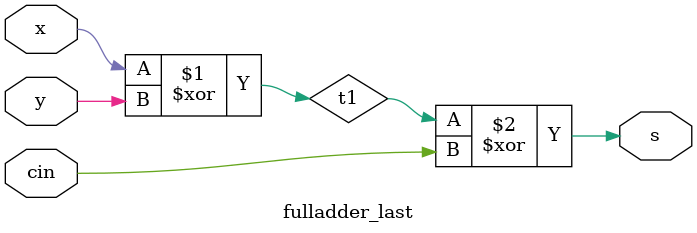
<source format=v>

module mul_24bit(y, a, b);
input [23:0] a;        //8-bit Multiplicand
input [23:0] b;        //8-bit Multiplier
output [47:0] y;      //16-bit result
wire [12:0] sel_m;    // 1*multiplicand selecting signal
wire [12:0] sel_2m;   // 2*multiplicand selecting signal
wire [12:0] sign;     // sign indicator for partial product
wire [27:0] p0, p1, p2, p3, p4, p5; //Partial product rows 0 to 10
wire [27:0] p6, p7, p8, p9, p10;
wire [26:0] p11;         //Last two rows 11 to 12
wire [24:0] p12; 
genvar i;    // variable used in generate statements

// LSB generation of each partial product row
assign p0[0] = sel_m[0] & a[0],
       p1[1] = sel_m[1] & a[0],
       p2[1] = sel_m[2] & a[0],
       p3[1] = sel_m[3] & a[0],
       p4[1] = sel_m[4] & a[0],
       p5[1] = sel_m[5] & a[0],
       p6[1] = sel_m[6] & a[0],
       p7[1] = sel_m[7] & a[0],
       p8[1] = sel_m[8] & a[0],
       p9[1] = sel_m[9] & a[0],
       p10[1] = sel_m[10] & a[0],
       p11[1] = sel_m[11] & a[0],
       p12[1] = sel_m[12] & a[0];

// Carry bit generation to regularise partial product matrix
assign p1[0] = sign[0] & ~p0[0],
       p2[0] = sign[1] & ~p1[1],
       p3[0] = sign[2] & ~p2[1],
       p4[0] = sign[3] & ~p3[1],
       p5[0] = sign[4] & ~p4[1],
       p6[0] = sign[5] & ~p5[1],
       p7[0] = sign[6] & ~p6[1],
       p8[0] = sign[7] & ~p7[1],
       p9[0] = sign[8] & ~p8[1],
       p10[0] = sign[9] & ~p9[1],
       p11[0] = sign[10] & ~p10[1],
       p12[0] = sign[11] & ~p11[1];

// Adopting sign extension mechanism
// Assigning sign bits as per the mechanism
assign p0[25] = sign[0],
       p0[26] = sign[0],
       p0[27] = ~sign[0],
       p1[26] = ~sign[1],
       p1[27] = 1'b1,
       p2[26] = ~sign[2],
       p2[27] = 1'b1,
       p3[26] = ~sign[3],
       p3[27] = 1'b1,
       p4[26] = ~sign[4],
       p4[27] = 1'b1,
       p5[26] = ~sign[5],
       p5[27] = 1'b1,
       p6[26] = ~sign[6],
       p6[27] = 1'b1,
       p7[26] = ~sign[7],
       p7[27] = 1'b1,
       p8[26] = ~sign[8],
       p8[27] = 1'b1,
       p9[26] = ~sign[9],
       p9[27] = 1'b1,
       p10[26] = ~sign[10],
       p10[27] = 1'b1,
       p11[26] = ~sign[11];

// Modified booth encoder
// Booth encoder for 1st group of bits 
booth_encoder BE0 (sel_m[0], sel_2m[0], sign[0], b[1], b[0], 1'b0);  
                                                                     
generate for (i = 1; i < 12; i = i + 1)   // Booth Encoder for intermediate groups
begin: B_Encoder
booth_encoder BE (sel_m[i], sel_2m[i], sign[i], b[2*i+1], b[2*i], b[2*i-1]);
end
endgenerate  
// Booth Encoder for last group of bits
booth_encoder BE12 (sel_m[12], sel_2m[12], sign[12], 1'b0, 1'b0, b[23]); 

//Partial product generation module instantiation
// First row partial product generator
partial PP0 (p0[24:1], sel_m[0], sel_2m[0], sign[0], a);

//Intermediate rows partial product generator : 1 to 11
partial PP1 (p1[25:2], sel_m[1], sel_2m[1], sign[1], a);
partial PP2 (p2[25:2], sel_m[2], sel_2m[2], sign[2], a);
partial PP3 (p3[25:2], sel_m[3], sel_2m[3], sign[3], a);
partial PP4 (p4[25:2], sel_m[4], sel_2m[4], sign[4], a);
partial PP5 (p5[25:2], sel_m[5], sel_2m[5], sign[5], a);
partial PP6 (p6[25:2], sel_m[6], sel_2m[6], sign[6], a);
partial PP7 (p7[25:2], sel_m[7], sel_2m[7], sign[7], a);
partial PP8 (p8[25:2], sel_m[8], sel_2m[8], sign[8], a);
partial PP9 (p9[25:2], sel_m[9], sel_2m[9], sign[9], a);
partial PP10 (p10[25:2], sel_m[10], sel_2m[10], sign[10], a);
partial PP11 (p11[25:2], sel_m[11], sel_2m[11], sign[11], a);

// Last row partial product generator
partial_last PP12 (p12[24:2], sel_m[12], sel_2m[12], sign[12], a);

//wallace tree reduction
wallace_tree WT (y, p0, p1, p2, p3, p4, p5,
                p6, p7, p8, p9, p10, p11, p12);

endmodule  // Top level module ends here


// module for Booth Encoder
module booth_encoder (m1, m2, s, b2, b1, b0);
input b0, b1, b2;     // group of 3 bits of multiplicand
output m1, m2, s;     // Encoded bits 
wire t;
assign s = b2;        //sign bit
xor G1 (m1, b1, b0);  //m1 : 1*multiplicand
xnor G2 (t, b2, b1);  
nor G3 (m2, t, m1);   //m2 : 2*multiplicand
endmodule


//module for partial product generation
module partial (p, m1, m2, s, a);
input m1, m2, s;  // Booth encoded signals
input [23:0] a;   //multiplicand a;
output [23:0] p;  // partial product bits except lsb and carry bit
wire [22:0] t1, t2, t3;
wire t_msb;

genvar i;
generate for (i = 0; i < 23; i = i + 1) // generates partial products except msb
begin : PG
and G4 (t1[i], a[i], m2);   // Can be implemented using NAND-NAND logic
and G5 (t2[i], a[i+1], m1);
or G6 (t3[i], t1[i], t2[i]);
xor G7 (p[i], t3[i], s);
end
endgenerate

//To generate MSB of partial product
and G8 (t_msb, a[23], m2);
xor G9 (p[23], t_msb, s);

endmodule

// Separate module to generate last row of partial product matrix
module partial_last (p, m1, m2, s, a);
input [23:0] a;
input m1, m2, s;
output [22:0] p;
wire [22:0] t1, t2, t3;
wire t_msb;

genvar i;
generate for (i = 0; i < 23; i = i + 1) // generates partial products except msb
begin : PG_last
and G4 (t1[i], a[i], m2);
and G5 (t2[i], a[i+1], m1);
or G6 (t3[i], t1[i], t2[i]);
xor G7 (p[i], t3[i], s);
end
endgenerate

endmodule

// Wallace tree reduction using carry save adders
module wallace_tree (y, p0, p1, p2, p3, p4, p5,
                    p6, p7, p8, p9, p10, p11, p12);
input [27:0] p0, p1, p2, p3, p4, p5;   //Partial product matrix rows
input [27:0] p6, p7, p8, p9, p10;
input [26:0] p11;
input [24:0] p12;
output [47:0] y;                       // Final multiplication result

// First stage
wire [30:0] s0;  // First row adder sum bits
wire [27:0] c0;  // First row adder carry bits
wire [31:0] s1;  // Second row adder sum bits
wire [27:0] c1;  // Second row adder carry bits
wire [31:0] s2;  // Third row adder sum bits
wire [27:0] c2;  // Third row adder carry bits
wire [30:0] s3;  // Fourth row adder bits
wire [27:0] c3;  // Fourth row carry bits

// Second stage
wire [35:0] s4;   // First row adder sum bits
wire [28:0] c4;   // First row adder carry bits
wire [34:0] s5;   // Second row adder sum bits
wire [30:0] c5;   // Second row adder carry bits
wire [30:0] s6;   // Third row adder sum bits
wire [27:0] c6;   // Third row adder carry bits

// Third stage
wire [42:0] s7;   // First row adder sum bits
wire [32:0] c7;   // First row adder carry bits
wire [35:0] s8;   // Second row adder sum bits
wire [30:0] c8;   // Second row adder carry bits

// Fourth stage
wire [47:0] s9;   // Adder sum bits
wire [38:0] c9;   // Adder carry bits

// Fifth stage
wire [47:0] s10;  // Adder sum bits
wire [42:0] c10;  // Adder carry bits


wire [41:0] t;   // Ripple carry adder carry bits

// First stage first row reduction   
// 3-HAs 25-FAs
assign s0[0] = p0[0];
assign s0[29] = p2[26];
assign s0[30] = p2[27];
Half_Adder H0 (s0[1], c0[0], p0[1], p1[0]);
Half_Adder H1 (s0[2], c0[1], p0[2], p1[1]);

genvar i;      // Generating Full Adders
generate for (i = 0; i < 25; i = i + 1)
begin : F_adder0
Full_Adder FA0 (s0[i+3], c0[i+2], p0[i+3], p1[i+2], p2[i]);
end
endgenerate

Half_Adder H3 (s0[28], c0[27], p1[27], p2[25]);
// first stage First row reduction ends here

// First stage second row reduction
// 4-HAs 24-FAs
assign s1[0] = p3[0];
assign s1[1] = p3[1];
assign s1[30] = p5[26];
assign s1[31] = p5[27];

Half_Adder H4 (s1[2], c1[0], p3[2], p4[0]);
Half_Adder H5 (s1[3], c1[1], p3[3], p4[1]);

generate for (i = 0; i < 24; i = i + 1)
begin : F_adder1
Full_Adder FA1 (s1[i+4], c1[i+2], p3[i+4], p4[i+2], p5[i]);
end
endgenerate

Half_Adder H6 (s1[28], c1[26], p4[26], p5[24]);
Half_Adder H7 (s1[29], c1[27], p4[27], p5[25]);
// First stage second row reduction ends here

// First stage third row reduction 
// 4-HAs 24-FAs
assign s2[0] = p6[0];
assign s2[1] = p6[1];
assign s2[30] = p8[26];
assign s2[31] = p8[27];

Half_Adder H8 (s2[2], c2[0], p6[2], p7[0]);
Half_Adder H9 (s2[3], c2[1], p6[3], p7[1]);

generate for (i = 0; i < 24; i = i+1)
begin : F_adder2
Full_Adder FA2 (s2[i+4], c2[i+2], p6[i+4], p7[i+2], p8[i]);
end
endgenerate

Half_Adder H10 (s2[28], c2[26], p7[26], p8[24]);
Half_Adder H11 (s2[29], c2[27], p7[27], p8[25]);
// First stage third row reduction ends here

// First stage fourth row reduction
// 4-HAs 24-FAs
 assign s3[0] = p9[0];
 assign s3[1] = p9[1];
 assign s3[30] = p11[26];

 Half_Adder H12 (s3[2], c3[0], p9[2], p10[0]);
 Half_Adder H13 (s3[3], c3[1], p9[3], p10[1]);

 generate for (i = 0; i < 24; i = i+1)
begin : F_adder3
Full_Adder FA3 (s3[i+4], c3[i+2], p9[i+4], p10[i+2], p11[i]);
end
endgenerate

Half_Adder H14 (s3[28], c3[26], p10[26], p11[24]);
Half_Adder H15 (s3[29], c3[27], p10[27], p11[25]);
// First stage fourth row reduction ends here


//Second stage first row reduction 
// 4-HAs 25-FAs
assign s4[0] = s0[0];
assign s4[1] = s0[1];
assign s4[31] = s1[26],
       s4[32] = s1[27],
       s4[33] = s1[28],
       s4[34] = s1[29],
       s4[35] = s1[30];

Half_Adder H16 (s4[2], c4[0], s0[2], c0[0]);
Half_Adder H17 (s4[3], c4[1], s0[3], c0[1]);
Half_Adder H18 (s4[4], c4[2], s0[4], c0[2]);

generate for (i = 0; i < 25; i = i+1)
begin : F_adder4
Full_Adder FA4 (s4[i+5], c4[i+3], s0[i+5], c0[i+3], s1[i]);
end
endgenerate

Half_Adder H19 (s4[30], c4[28], s0[30], s1[25]);
// Second stage first row reduction ends here

// Second stage second row reduction
// 8-HAs 23-FAs
assign s5[0] = c1[0];
assign s5[1] = c1[1];
assign s5[2] = c1[2];
assign s5[34] = s2[31];

Half_Adder H20 (s5[3], c5[0], c1[3], s2[0]);
Half_Adder H21 (s5[4], c5[1], c1[4], s2[1]);
Half_Adder H22 (s5[5], c5[2], c1[5], s2[2]);

generate for (i = 0; i < 22; i = i + 1)
begin: F_Adder5
Full_Adder FA5 (s5[i+6], c5[i+3], c1[i+6], s2[i+3], c2[i]);
end
endgenerate

Full_Adder FA6 (s5[28], c5[25], s1[31], s2[25], c2[22]);
Half_Adder H23 (s5[29], c5[26], s2[26], c2[23]);
Half_Adder H24 (s5[30], c5[27], s2[27], c2[24]);
Half_Adder H25 (s5[31], c5[28], s2[28], c2[25]);
Half_Adder H26 (s5[32], c5[29], s2[29], c2[26]);
Half_Adder H27 (s5[33], c5[30], s2[30], c2[27]);
// Second stage second row reduction ends here

// Second stage third row reduction
// 3-HAs 25-FAs
assign s6[0] = s3[0];
assign s6[1] = s3[1];
assign s6[2] = s3[2];

Half_Adder H28 (s6[3], c6[0], s3[3], c3[0]);
Half_Adder H29 (s6[4], c6[1], s3[4], c3[1]);
Half_Adder H30 (s6[5], c6[2], s3[5], c3[2]);

generate for (i = 0; i < 25; i = i + 1)
begin:F_Adder7
Full_Adder FA7 (s6[i+6], c6[i+3], s3[i+6], c3[i+3], p12[i]);
end
endgenerate
// Second stage third row reduction ends here

// Third stage first row reduction
// 9-HAs 24-FAs
assign s7[0] = s4[0],
       s7[1] = s4[1],
       s7[2] = s4[2];

assign s7[36] = s5[28],
       s7[37] = s5[29],
       s7[38] = s5[30],
       s7[39] = s5[31],
       s7[40] = s5[32],
       s7[41] = s5[33],
       s7[42] = s5[34];

generate for (i = 0; i < 5; i = i + 1)          
begin: H_Adder31
Half_Adder HA31 (s7[i+3], c7[i], s4[i+3], c4[i]);
end
endgenerate

generate for (i = 0; i < 24; i = i + 1)
begin: F_Adder8
Full_Adder FA8 (s7[i+8], c7[i+5], s4[i+8], c4[i+5], s5[i]);
end
endgenerate

generate for (i = 0; i < 4; i = i + 1)          //4 HAs
begin: H_Adder32
Half_Adder HA32 (s7[i+32], c7[i+29], s4[i+32], s5[i+24]);
end
endgenerate
// Third stage first row reduction ends here

// Third stage second row reduction
// 9-HAs 22-FAs
assign s8[0] = c5[0],
       s8[1] = c5[1],
       s8[2] = c5[2],
       s8[3] = c5[3],
       s8[4] = c5[4];

generate for (i = 0; i < 4; i = i + 1)
begin: H_Adder33
Half_Adder HA33 (s8[i+5], c8[i], c5[i+5], s6[i]);
end
endgenerate

generate for (i = 0; i < 22; i = i + 1)
begin: F_Adder9
Full_Adder FA9 (s8[i+9], c8[i+4], c5[i+9], s6[i+4], c6[i]);
end
endgenerate

generate for (i = 0; i < 5; i = i + 1)
begin: H_Adder34
Half_Adder HA34 (s8[i+31], c8[i+26], s6[i+26], c6[i+22]);
end
endgenerate
// Third stage second row reduction ends here

//Fourth stage reduction
// 14-HAs 25-FAs
assign s9[0] = s7[0],
       s9[1] = s7[1],
       s9[2] = s7[2],
       s9[3] = s7[3];

assign s9[43] = s8[31],
       s9[44] = s8[32],
       s9[45] = s8[33],
       s9[46] = s8[34],
       s9[47] = s8[35];

generate for (i = 0; i < 8; i = i + 1)
begin: H_Adder35
Half_Adder HA35 (s9[i+4], c9[i], s7[i+4], c7[i]);
end
endgenerate

generate for (i = 0; i < 25; i = i + 1)
begin: F_Adder10
Full_Adder FA10 (s9[i+12], c9[i+8], s7[i+12], c7[i+8], s8[i]);
end
endgenerate

generate for (i = 0; i < 6; i = i + 1)
begin: H_Adder36
Half_Adder HA36 (s9[i+37], c9[i+33], s7[i+37], s8[i+25]);
end
endgenerate
// Fourth stage reduction ends here

// Fifth stage reduction
// 17-HAs 26-FAs
assign s10[0] = s9[0],
       s10[1] = s9[1],
       s10[2] = s9[2],
       s10[3] = s9[3],
       s10[4] = s9[4];

generate for (i = 0; i < 13; i = i + 1)
begin: H_Adder37
Half_Adder HA37 (s10[i+5], c10[i], s9[i+5], c9[i]);
end
endgenerate

generate for (i = 0; i < 26; i = i + 1)
begin: F_Adder11
Full_Adder FA10 (s10[i+18], c10[i+13], s9[i+18], c9[i+13], c8[i]);
end
endgenerate


generate for (i = 0; i < 4; i = i + 1)
begin: Half_Adder38
Half_Adder HA38 (s10[i+44], c10[i+39], s9[i+44], c8[i+26]);
end
endgenerate
// Fifth stage reduction ends here


// Final stage : 42 bit RCA adder is used
// 1-HA 42-FAs
assign y[0] = s10[0],
       y[1] = s10[1],
       y[2] = s10[2],
       y[3] = s10[3],
       y[4] = s10[4],
       y[5] = s10[5];  // Final result bits

sparseKS_42bit SKS_42 (y[47:6], s10[47:6], c10[41:0]);  //c10[42] bit is discarded

endmodule

// Sparse-4 Kogge stone adder module
module sparseKS_42bit(sum, a, b);
input [41:0] a, b;
output [41:0] sum;

wire [39:0] p0, g0;
wire [19:0] p1, g1;
wire [8:0] p2, g2;
wire [7:0] p3, g3;
wire [5:0] p4, g4;
wire [1:0] p5, g5;
wire c4, c8, c12, c16, c20, c24, c28, c32, c36, c40;

assign c4 = (p1[1] & g1[0]) | g1[1];
assign c8 = (p2[0] & c4) | g2[0];

assign c12 = (p3[0] & c4) | g3[0];
assign c16 = (p3[1] & c8) | g3[1];

assign c20 = (p4[0] & c4) | g4[0];
assign c24 = (p4[1] & c8) | g4[1];
assign c28 = (p4[2] & c12) | g4[2];
assign c32 = (p4[3] & c16) | g4[3];

assign c36 = (p5[0] & c4) | g5[0];
assign c40 = (p5[1] & c8) | g5[1];
genvar i;

generate for (i = 0; i < 40; i = i + 1)
begin : stage0
assign p0[i] = a[i] ^ b[i];
assign g0[i] = a[i] & b[i];
end
endgenerate

generate for (i = 0; i < 20; i = i + 1)
begin : stage1
assign p1[i] = p0[2*i+1] & p0[2*i];
assign g1[i] = (p0[2*i+1] & g0[2*i]) | g0[2*i+1];
end
endgenerate


generate for (i = 0; i < 9; i = i + 1)
begin : stage2
assign p2[i] = p1[2*i+3] & p1[2*i+2];
assign g2[i] = (p1[2*i+3] & g1[2*i+2]) | g1[2*i+3];
end
endgenerate

generate for (i = 0; i < 8; i = i + 1)
begin : stage3
assign p3[i] = p2[i+1] & p2[i];
assign g3[i] = (p2[i+1] & g2[i]) | g2[i+1];
end
endgenerate 

generate for (i = 0; i < 6; i = i + 1)
begin : stage4
assign p4[i] = p3[i+2] & p3[i];
assign g4[i] = (p3[i+2] & g3[i]) | g3[i+2];
end
endgenerate

generate for (i = 0; i < 2; i = i + 1)
begin : stage5
assign p5[i] = p4[i+4] & p4[i];
assign g5[i] = (p4[i+4] & g4[i]) | g4[i+4];
end
endgenerate

 adder4bit A0 (.x(a[3:0]), .y(b[3:0]), .ci(1'b0), .s(sum[3:0]));
 adder4bit A1 (.x(a[7:4]), .y(b[7:4]), .ci(c4), .s(sum[7:4]));
 adder4bit A2 (.x(a[11:8]), .y(b[11:8]), .ci(c8), .s(sum[11:8]));
 adder4bit A3 (.x(a[15:12]), .y(b[15:12]), .ci(c12), .s(sum[15:12]));
 adder4bit A4 (.x(a[19:16]), .y(b[19:16]), .ci(c16), .s(sum[19:16]));
 adder4bit A5 (.x(a[23:20]), .y(b[23:20]), .ci(c20), .s(sum[23:20]));
 adder4bit A6 (.x(a[27:24]), .y(b[27:24]), .ci(c24), .s(sum[27:24]));
 adder4bit A7 (.x(a[31:28]), .y(b[31:28]), .ci(c28), .s(sum[31:28]));
 adder4bit A8 (.x(a[35:32]), .y(b[35:32]), .ci(c32), .s(sum[35:32]));
 adder4bit A9 (.x(a[39:36]), .y(b[39:36]), .ci(c36), .s(sum[39:36]));
 adder2bit A10 (.x(a[41:40]), .y(b[41:40]), .ci(c40), .s(sum[41:40]));

endmodule

module adder4bit (
	input [3:0] x, y,
	input ci,
	output [3:0] s
);
wire c1, c2, c3;
fulladder F0 (x[0], y[0], ci, s[0], c1);
fulladder F1 (x[1], y[1], c1, s[1], c2);
fulladder F2 (x[2], y[2], c2, s[2], c3);
fulladder_last F3 (x[3], y[3], c3, s[3]);

endmodule

module adder2bit (
	input [1:0] x, y,
	input ci,
	output [1:0] s
);
wire t;
fulladder F4 (x[0], y[0], ci, s[0], t);
fulladder_last F5 (x[1], y[1], t, s[1]);
endmodule

module fulladder (
	 input x, y, cin,
	 output s, cout
);
wire t1,t2,t3;
xor G1 (t1, x, y);
xor G2 (s, t1, cin);
and G3 (t2, t1, cin);
and G4 (t3, x, y);
or G5 (cout, t2, t3);
endmodule

module fulladder_last (
	 input x, y, cin,
	 output s
);
wire t1,t2,t3;
xor G1 (t1, x, y);
xor G2 (s, t1, cin);
endmodule










</source>
